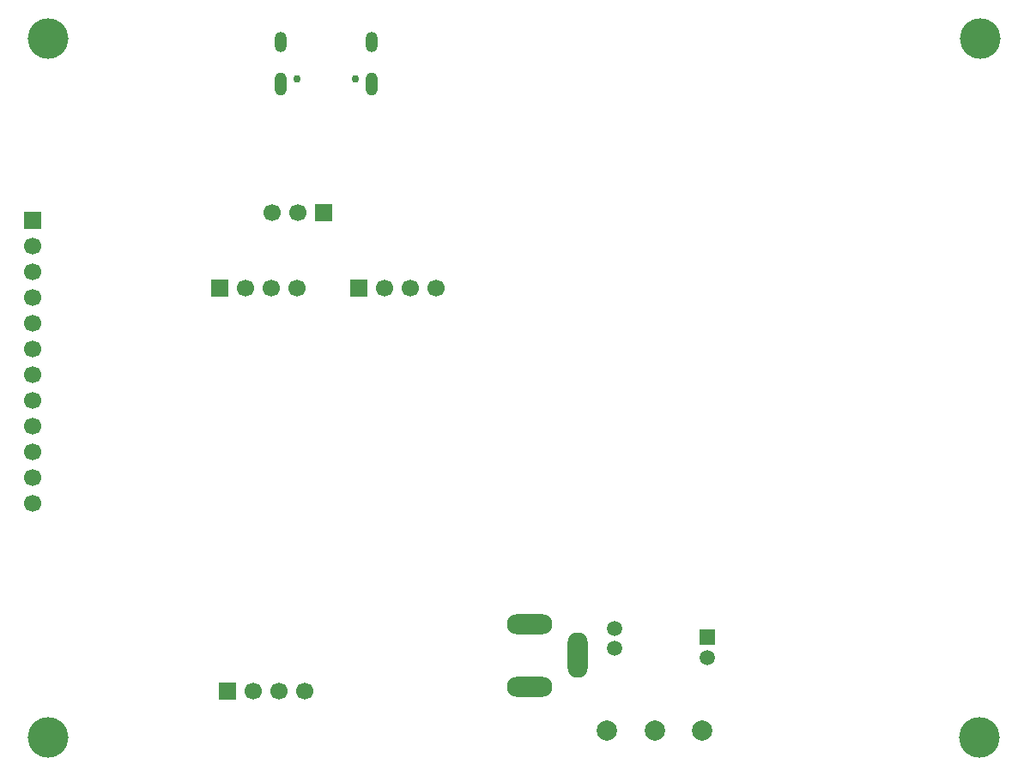
<source format=gbs>
G04*
G04 #@! TF.GenerationSoftware,Altium Limited,Altium Designer,22.0.2 (36)*
G04*
G04 Layer_Color=16711935*
%FSLAX25Y25*%
%MOIN*%
G70*
G04*
G04 #@! TF.SameCoordinates,7F160BED-0690-4144-9330-6DFC8CD618BD*
G04*
G04*
G04 #@! TF.FilePolarity,Negative*
G04*
G01*
G75*
%ADD65C,0.02953*%
%ADD66O,0.04724X0.07874*%
%ADD67O,0.04724X0.09055*%
%ADD68C,0.06693*%
%ADD69R,0.06693X0.06693*%
%ADD70R,0.06693X0.06693*%
%ADD71C,0.05906*%
%ADD72R,0.05906X0.05906*%
%ADD73O,0.17717X0.07874*%
%ADD74O,0.07874X0.17717*%
%ADD75C,0.07874*%
%ADD76C,0.15748*%
D65*
X532756Y367000D02*
D03*
X510000D02*
D03*
D66*
X539095Y381370D02*
D03*
X503662Y381370D02*
D03*
D67*
X503662Y365032D02*
D03*
X539095Y365032D02*
D03*
D68*
X513000Y129000D02*
D03*
X503000D02*
D03*
X493000D02*
D03*
X407500Y302000D02*
D03*
Y292000D02*
D03*
Y282000D02*
D03*
Y272000D02*
D03*
Y262000D02*
D03*
Y252000D02*
D03*
Y242000D02*
D03*
Y232000D02*
D03*
Y222000D02*
D03*
Y212000D02*
D03*
Y202000D02*
D03*
X500500Y315000D02*
D03*
X510500D02*
D03*
X544098Y285500D02*
D03*
X554098D02*
D03*
X564098D02*
D03*
X510000D02*
D03*
X500000D02*
D03*
X490000D02*
D03*
D69*
X483000Y129000D02*
D03*
X520500Y315000D02*
D03*
X534098Y285500D02*
D03*
X480000D02*
D03*
D70*
X407500Y312000D02*
D03*
D71*
X669500Y142000D02*
D03*
X633500Y153437D02*
D03*
Y145563D02*
D03*
D72*
X669500Y149874D02*
D03*
D73*
X600500Y154908D02*
D03*
X600500Y130500D02*
D03*
D74*
X619005Y143099D02*
D03*
D75*
X667504Y113500D02*
D03*
X630496D02*
D03*
X649000D02*
D03*
D76*
X775185Y382701D02*
D03*
X775111Y111012D02*
D03*
X413366Y111044D02*
D03*
X413368Y382673D02*
D03*
M02*

</source>
